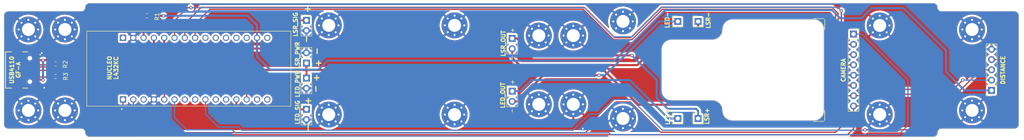
<source format=kicad_pcb>
(kicad_pcb (version 20221018) (generator pcbnew)
  (layers (0 "F.Cu" signal) (31 "B.Cu" power) (34 "B.Paste" user) (35 "F.Paste" user) (36 "B.SilkS" user "B.Silkscreen") (37 "F.SilkS" user "F.Silkscreen") (38 "B.Mask" user) (39 "F.Mask" user) (44 "Edge.Cuts" user))
  (net 0 "")
  (net 1 "GND")
  (net 2 "+5V")
  (net 3 "Net-(LSR+1-Pin_1)")
  (net 4 "Net-(LSR-1-Pin_1)")
  (net 5 "VSET_LASER")
  (net 6 "Net-(LED+1-Pin_1)")
  (net 7 "Net-(LED-1-Pin_1)")
  (net 8 "VSET_LED")
  (net 9 "+3.3V")
  (net 24 "/CS")
  (net 25 "/MOSI")
  (net 26 "/MISO")
  (net 27 "/SCK")
  (net 28 "/SDA")
  (net 29 "/SCL")
  (net 30 "/INT")
  (net 31 "/D+")
  (net 32 "/D-")
  (net 33 "Net-(Nucleo-L432KC1-NRST-PadRST4)")
  (net 34 "Net-(USB1-CC1)")
  (net 36 "Net-(USB1-CC2)")
  (footprint "Connector_PinHeader_2.54mm:PinHeader_1x02_P2.54mm_Vertical" (layer "F.Cu") (at 96.5 92.8 180)
    (fp_text reference "LSR_PWR1" hide)
    (fp_text value "Conn_01x02" hide)
  )
  (footprint "Connector_PinHeader_2.54mm:PinHeader_1x02_P2.54mm_Vertical" (layer "F.Cu") (at 96.5 96.5)
    (fp_text reference "LED_PWR1" hide)
    (fp_text value "Conn_01x02" hide)
  )
  (footprint "MountingHole:MountingHole_3.2mm_M3_Pad_Via" (layer "F.Cu") (at 237.75 83.5)
    (fp_text reference "H19" hide)
    (fp_text value "MountingHole_Pad" hide)
  )
  (footprint "MountingHole:MountingHole_3.2mm_M3_Pad_Via" (layer "F.Cu") (at 37 84.5)
    (fp_text reference "H4" hide)
    (fp_text value "MountingHole_Pad" hide)
  )
  (footprint "Connector_PinHeader_2.54mm:PinHeader_1x02_P2.54mm_Vertical" (layer "F.Cu") (at 147.2 99.741666)
    (fp_text reference "LED_OUT1" hide)
    (fp_text value "Conn_01x02" hide)
  )
  (footprint "Library:GCT_USB4110-GF-A_REVB" (layer "F.Cu") (at 28.6625 94.5 -90)
    (fp_text reference "USB1" hide)
    (fp_text value "USB4110-GF-A_REVB" hide)
  )
  (footprint "Library:MODULE_NUCLEO-L432KC" (layer "F.Cu") (at 67.515 94.1725 90)
    (fp_text reference "Nucleo-L432KC1" hide)
    (fp_text value "~")
  )
  (footprint "Resistor_SMD:R_0603_1608Metric" (layer "F.Cu") (at 57.2 81.1 180)
    (fp_text reference "R1")
    (fp_text value "100" hide)
  )
  (footprint "MountingHole:MountingHole_3.2mm_M3_Pad_Via" (layer "F.Cu") (at 37 104.5)
    (fp_text reference "H3" hide)
    (fp_text value "MountingHole_Pad" hide)
  )
  (footprint "MountingHole:MountingHole_3.2mm_M3_Pad_Via" (layer "F.Cu") (at 153.75 86)
    (fp_text reference "H10" hide)
    (fp_text value "MountingHole_Pad" hide)
  )
  (footprint "MountingHole:MountingHole_3.2mm_M3_Pad_Via" (layer "F.Cu") (at 260.5 84.5)
    (fp_text reference "H18" hide)
    (fp_text value "MountingHole_Pad" hide)
  )
  (footprint "Connector_PinHeader_2.54mm:PinHeader_1x01_P2.54mm_Vertical" (layer "F.Cu") (at 193 82.5)
    (fp_text reference "LSR-1" hide)
    (fp_text value "Conn_01x01" hide)
  )
  (footprint "Resistor_SMD:R_0603_1608Metric" (layer "F.Cu") (at 34.7 96.1)
    (fp_text reference "R3")
    (fp_text value "5.1K" hide)
  )
  (footprint "MountingHole:MountingHole_3.2mm_M3_Pad_Via" (layer "F.Cu") (at 162.25 86)
    (fp_text reference "H11" hide)
    (fp_text value "MountingHole_Pad" hide)
  )
  (footprint "MountingHole:MountingHole_3.2mm_M3_Pad_Via" (layer "F.Cu") (at 133 83.47)
    (fp_text reference "H8" hide)
    (fp_text value "MountingHole_Pad" hide)
  )
  (footprint "Connector_PinHeader_2.54mm:PinHeader_1x02_P2.54mm_Vertical" (layer "F.Cu") (at 147.2 86.708333)
    (fp_text reference "LSR_OUT1" hide)
    (fp_text value "Conn_01x02" hide)
  )
  (footprint "Connector_PinSocket_2.54mm:PinSocket_1x05_P2.54mm_Vertical" (layer "F.Cu") (at 265.3 99.55 180)
    (fp_text reference "DIST1" hide)
    (fp_text value "Conn_01x05" hide)
  )
  (footprint "MountingHole:MountingHole_3.2mm_M3_Pad_Via" (layer "F.Cu") (at 28 104.5)
    (fp_text reference "H1" hide)
    (fp_text value "MountingHole_Pad" hide)
  )
  (footprint "MountingHole:MountingHole_3.2mm_M3_Pad_Via" (layer "F.Cu") (at 260.5 104.5)
    (fp_text reference "H17" hide)
    (fp_text value "MountingHole_Pad" hide)
  )
  (footprint "MountingHole:MountingHole_3.2mm_M3_Pad_Via" (layer "F.Cu") (at 174.5 82.5)
    (fp_text reference "H14" hide)
    (fp_text value "MountingHole_Pad" hide)
  )
  (footprint "MountingHole:MountingHole_3.2mm_M3_Pad_Via" (layer "F.Cu") (at 162.25 103)
    (fp_text reference "H12" hide)
    (fp_text value "MountingHole_Pad" hide)
  )
  (footprint "MountingHole:MountingHole_3.2mm_M3_Pad_Via" (layer "F.Cu") (at 153.75 103)
    (fp_text reference "H9" hide)
    (fp_text value "MountingHole_Pad" hide)
  )
  (footprint "MountingHole:MountingHole_3.2mm_M3_Pad_Via" (layer "F.Cu") (at 133 105.53)
    (fp_text reference "H7" hide)
    (fp_text value "MountingHole_Pad" hide)
  )
  (footprint "MountingHole:MountingHole_3.2mm_M3_Pad_Via" (layer "F.Cu") (at 28 84.5)
    (fp_text reference "H2" hide)
    (fp_text value "MountingHole_Pad" hide)
  )
  (footprint "MountingHole:MountingHole_3.2mm_M3_Pad_Via" (layer "F.Cu") (at 102 83.47)
    (fp_text reference "H6" hide)
    (fp_text value "MountingHole_Pad" hide)
  )
  (footprint "Connector_PinHeader_2.54mm:PinHeader_1x01_P2.54mm_Vertical" (layer "F.Cu") (at 188 82.5)
    (fp_text reference "LED-1" hide)
    (fp_text value "Conn_01x01" hide)
  )
  (footprint "MountingHole:MountingHole_3.2mm_M3_Pad_Via" (layer "F.Cu") (at 102 105.53)
    (fp_text reference "H5" hide)
    (fp_text value "MountingHole_Pad" hide)
  )
  (footprint "Connector_PinHeader_2.54mm:PinHeader_1x01_P2.54mm_Vertical" (layer "F.Cu") (at 193 106.5)
    (fp_text reference "LSR+1" hide)
    (fp_text value "Conn_01x01" hide)
  )
  (footprint "Connector_PinHeader_2.54mm:PinHeader_1x02_P2.54mm_Vertical" (layer "F.Cu") (at 96.5 104.225)
    (fp_text reference "LED_SIG1" hide)
    (fp_text value "Conn_01x02" hide)
  )
  (footprint "Connector_PinHeader_2.54mm:PinHeader_1x01_P2.54mm_Vertical" (layer "F.Cu") (at 188 106.5)
    (fp_text reference "LED+1" hide)
    (fp_text value "Conn_01x01" hide)
  )
  (footprint "Connector_PinHeader_2.54mm:PinHeader_1x02_P2.54mm_Vertical" (layer "F.Cu") (at 96.5 82.225)
    (fp_text reference "LSR_SIG1" hide)
    (fp_text value "Conn_01x02" hide)
  )
  (footprint "Resistor_SMD:R_0603_1608Metric" (layer "F.Cu") (at 34.7 93 180)
    (fp_text reference "R2")
    (fp_text value "5.1K" hide)
  )
  (footprint "Connector_PinSocket_2.54mm:PinSocket_1x08_P2.54mm_Vertical" (layer "F.Cu") (at 231.3 85.625)
    (fp_text reference "CAM1" hide)
    (fp_text value "Conn_01x08" hide)
  )
  (footprint "MountingHole:MountingHole_3.2mm_M3_Pad_Via" (layer "F.Cu") (at 237.75 105.5)
    (fp_text reference "H20" hide)
    (fp_text value "MountingHole_Pad" hide)
  )
  (footprint "MountingHole:MountingHole_3.2mm_M3_Pad_Via" (layer "F.Cu") (at 174.5 106.5)
    (fp_text reference "H13" hide)
    (fp_text value "MountingHole_Pad" hide)
  )
  (gr_line (start 224.2 107) (end 224.2 104.5) (stroke (width 0.15)) (layer "F.SilkS"))
  (gr_line (start 224.2 84.5) (end 224.2 82) (stroke (width 0.15)) (layer "F.SilkS"))
  (gr_line (start 221.5 107.2) (end 224 107.2) (stroke (width 0.15)) (layer "F.SilkS"))
  (gr_line (start 224 81.8) (end 221.5 81.8) (stroke (width 0.15)) (layer "F.SilkS"))
  (gr_line (start 196.5 102) (end 186.5 102) (stroke (width 0.1)) (layer "Edge.Cuts"))
  (gr_arc (start 186.5 102) (mid 184.732233 101.267767) (end 184 99.5) (stroke (width 0.1)) (layer "Edge.Cuts"))
  (gr_arc (start 221.5 82) (mid 223.267767 82.732233) (end 224 84.5) (stroke (width 0.1)) (layer "Edge.Cuts"))
  (gr_arc (start 251 78) (mid 251.707107 78.292893) (end 252 79) (stroke (width 0.1)) (layer "Edge.Cuts"))
  (gr_arc (start 252 110) (mid 252.292893 109.292893) (end 253 109) (stroke (width 0.1)) (layer "Edge.Cuts"))
  (gr_arc (start 43 111) (mid 42.292893 110.707107) (end 42 110) (stroke (width 0.1)) (layer "Edge.Cuts"))
  (gr_line (start 22 81) (end 22 108) (stroke (width 0.1)) (layer "Edge.Cuts"))
  (gr_line (start 253 109) (end 271 109) (stroke (width 0.1)) (layer "Edge.Cuts"))
  (gr_line (start 224 104.5) (end 224 84.5) (stroke (width 0.1)) (layer "Edge.Cuts"))
  (gr_arc (start 272 108) (mid 271.707107 108.707107) (end 271 109) (stroke (width 0.1)) (layer "Edge.Cuts"))
  (gr_arc (start 252 110) (mid 251.707107 110.707107) (end 251 111) (stroke (width 0.1)) (layer "Edge.Cuts"))
  (gr_arc (start 22 81) (mid 22.292893 80.292893) (end 23 80) (stroke (width 0.1)) (layer "Edge.Cuts"))
  (gr_arc (start 224 104.5) (mid 223.267767 106.267767) (end 221.5 107) (stroke (width 0.1)) (layer "Edge.Cuts"))
  (gr_arc (start 199 84.5) (mid 199.732233 82.732233) (end 201.5 82) (stroke (width 0.1)) (layer "Edge.Cuts"))
  (gr_arc (start 253 80) (mid 252.292893 79.707107) (end 252 79) (stroke (width 0.1)) (layer "Edge.Cuts"))
  (gr_arc (start 199 84.5) (mid 198.267767 86.267767) (end 196.5 87) (stroke (width 0.1)) (layer "Edge.Cuts"))
  (gr_line (start 272 108) (end 272 81) (stroke (width 0.1)) (layer "Edge.Cuts"))
  (gr_line (start 184 89.5) (end 184 99.5) (stroke (width 0.1)) (layer "Edge.Cuts"))
  (gr_line (start 251 78) (end 43 78) (stroke (width 0.1)) (layer "Edge.Cuts"))
  (gr_line (start 43 111) (end 251 111) (stroke (width 0.1)) (layer "Edge.Cuts"))
  (gr_arc (start 41 109) (mid 41.707107 109.292893) (end 42 110) (stroke (width 0.1)) (layer "Edge.Cuts"))
  (gr_line (start 271 80) (end 253 80) (stroke (width 0.1)) (layer "Edge.Cuts"))
  (gr_line (start 221.5 82) (end 201.5 82) (stroke (width 0.1)) (layer "Edge.Cuts"))
  (gr_arc (start 271 80) (mid 271.707107 80.292893) (end 272 81) (stroke (width 0.1)) (layer "Edge.Cuts"))
  (gr_arc (start 184 89.5) (mid 184.732233 87.732233) (end 186.5 87) (stroke (width 0.1)) (layer "Edge.Cuts"))
  (gr_line (start 196.5 87) (end 186.5 87) (stroke (width 0.1)) (layer "Edge.Cuts"))
  (gr_line (start 41 80) (end 23 80) (stroke (width 0.1)) (layer "Edge.Cuts"))
  (gr_arc (start 23 109) (mid 22.292893 108.707107) (end 22 108) (stroke (width 0.1)) (layer "Edge.Cuts"))
  (gr_arc (start 201.5 107) (mid 199.732233 106.267767) (end 199 104.5) (stroke (width 0.1)) (layer "Edge.Cuts"))
  (gr_line (start 23 109) (end 41 109) (stroke (width 0.1)) (layer "Edge.Cuts"))
  (gr_arc (start 42 79) (mid 41.707107 79.707107) (end 41 80) (stroke (width 0.1)) (layer "Edge.Cuts"))
  (gr_arc (start 196.5 102) (mid 198.267767 102.732233) (end 199 104.5) (stroke (width 0.1)) (layer "Edge.Cuts"))
  (gr_line (start 221.5 107) (end 201.5 107) (stroke (width 0.1)) (layer "Edge.Cuts"))
  (gr_arc (start 42 79) (mid 42.292893 78.292893) (end 43 78) (stroke (width 0.1)) (layer "Edge.Cuts"))
  (gr_text "CAMERA" (at 229.4 97.6 90) (layer "F.SilkS") (effects (font (size 1 1) (thickness 0.25) bold) (justify left bottom)))
  (gr_text "LED_OUT\n\n" (at 147.1 104.1 90) (layer "F.SilkS") (effects (font (size 1 1) (thickness 0.25) bold) (justify left bottom)))
  (gr_text "NUCLEO\nL432KC" (at 50.2 94 90) (layer "F.SilkS") (effects (font (size 1 1) (thickness 0.25) bold) (justify bottom)))
  (gr_text "-" (at 147.7 92.1 90) (layer "F.SilkS") (effects (font (size 1 1)) (justify left bottom)))
  (gr_text "+" (at 95.7 80.2) (layer "F.SilkS") (effects (font (size 1.5 1.5) (thickness 0.3) bold) (justify left bottom)))
  (gr_text "-" (at 97.7 110 90) (layer "F.SilkS") (effects (font (size 1.5 1.5) (thickness 0.3) bold) (justify left bottom)))
  (gr_text "LSR_PWR\n" (at 94.9 94.4 90) (layer "F.SilkS") (effects (font (size 1 1) (thickness 0.25) bold) (justify left bottom)))
  (gr_text "LSR-\n" (at 196.1 84.4 90) (layer "F.SilkS") (effects (font (size 1 1) (thickness 0.25) bold) (justify left bottom)))
  (gr_text "LSR_OUT\n" (at 145.6 91.3 90) (layer "F.SilkS") (effects (font (size 1 1) (thickness 0.25) bold) (justify left bottom)))
  (gr_text "+" (at 98.4 93.6) (layer "F.SilkS") (effects (font (size 1.5 1.5) (thickness 0.3) bold) (justify left bottom)))
  (gr_text "-" (at 99.9 91 90) (layer "F.SilkS") (effects (font (size 1.5 1.5) (thickness 0.3) bold) (justify left bottom)))
  (gr_text "LED_PWR\n" (at 94.9 101.4 90) (layer "F.SilkS") (effects (font (size 1 1) (thickness 0.25) bold) (justify left bottom)))
  (gr_text "-" (at 147.7 105.3 90) (layer "F.SilkS") (effects (font (size 1 1)) (justify left bottom)))
  (gr_text "-" (at 97.3 88 90) (layer "F.SilkS") (effects (font (size 1.5 1.5) (thickness 0.3) bold) (justify left bottom)))
  (gr_text "LED_SIG\n\n" (at 96.5 108.095 90) (layer "F.SilkS") (effects (font (size 1 1) (thickness 0.25) bold) (justify left bottom)))
  (gr_text "+" (at 97.9 97.2) (layer "F.SilkS") (effects (font (size 1.5 1.5) (thickness 0.3) bold) (justify left bottom)))
  (gr_text "DISTANCE\n" (at 268.7 98.2 90) (layer "F.SilkS") (effects (font (size 1 1) (thickness 0.25) bold) (justify left bottom)))
  (gr_text "LSR+\n" (at 195.8 108.1 90) (layer "F.SilkS") (effects (font (size 1 1) (thickness 0.25) bold) (justify left bottom)))
  (gr_text "-" (at 99.6 100.3 90) (layer "F.SilkS") (effects (font (size 1.5 1.5) (thickness 0.3) bold) (justify left bottom)))
  (gr_text "+" (at 146.6 98) (layer "F.SilkS") (effects (font (size 1 1)) (justify left bottom)))
  (gr_text "USB4110\nGF-A" (at 26.1 94.5 90) (layer "F.SilkS") (effects (font (size 1 1) (thickness 0.25) bold) (justify bottom)))
  (gr_text "LSR_SIG" (at 94.4 86.4 90) (layer "F.SilkS") (effects (font (size 1 1) (thickness 0.25) bold) (justify left bottom)))
  (gr_text "LED+" (at 186.1 108.2 90) (layer "F.SilkS") (effects (font (size 1 1) (thickness 0.25) bold) (justify left bottom)))
  (gr_text "+" (at 146.6 85.2) (layer "F.SilkS") (effects (font (size 1 1)) (justify left bottom)))
  (gr_text "LED-\n" (at 186 84.3 90) (layer "F.SilkS") (effects (font (size 1 1) (thickness 0.25) bold) (justify left bottom)))
  (gr_text "+" (at 95.835 102.895) (layer "F.SilkS") (effects (font (size 1.5 1.5) (thickness 0.3) bold) (justify left bottom)))
  (segment (start 31.9 98.9) (end 30.7 97.7) (width 0.5) (layer "F.Cu") (net 1))
  (segment (start 164.6 109) (end 162.25 106.65) (width 0.5) (layer "F.Cu") (net 1))
  (segment (start 29.7375 91.3) (end 30.3 91.3) (width 0.5) (layer "F.Cu") (net 1))
  (segment (start 30.7 97.7) (end 29.7375 97.7) (width 0.5) (layer "F.Cu") (net 1))
  (segment (start 30.3 91.3) (end 31.3 90.3) (width 0.5) (layer "F.Cu") (net 1))
  (segment (start 162.25 106.65) (end 162.25 103) (width 0.5) (layer "F.Cu") (net 1))
  (segment (start 29.7375 89.965) (end 29.1625 89.39) (width 0.5) (layer "F.Cu") (net 1))
  (segment (start 29.7375 97.7) (end 29.7375 99.035) (width 0.5) (layer "F.Cu") (net 1))
  (segment (start 29.7375 99.035) (end 29.1625 99.61) (width 0.5) (layer "F.Cu") (net 1))
  (segment (start 29.7375 91.3) (end 29.7375 89.965) (width 0.5) (layer "F.Cu") (net 1))
  (via (at 164.6 109) (size 0.8) (drill 0.4) (layers "F.Cu" "B.Cu") (net 1))
  (via (at 31.9 98.9) (size 0.8) (drill 0.4) (layers "F.Cu" "B.Cu") (net 1))
  (via (at 31.3 90.3) (size 0.8) (drill 0.4) (layers "F.Cu" "B.Cu") (net 1))
  (segment (start 171.7 106.5) (end 169.2 109) (width 0.5) (layer "B.Cu") (net 1))
  (segment (start 169.2 109) (end 164.6 109) (width 0.5) (layer "B.Cu") (net 1))
  (segment (start 174.5 106.5) (end 171.7 106.5) (width 0.5) (layer "B.Cu") (net 1))
  (segment (start 198.7 108.2) (end 224.4 108.2) (width 0.5) (layer "F.Cu") (net 2))
  (segment (start 34.3 90.1) (end 56.4 90.1) (width 0.5) (layer "F.Cu") (net 2))
  (segment (start 81 90.1) (end 85.4 94.5) (width 0.5) (layer "F.Cu") (net 2))
  (segment (start 228.275 98.325) (end 231.3 98.325) (width 0.5) (layer "F.Cu") (net 2))
  (segment (start 31.6 92.1) (end 32.3 92.1) (width 0.5) (layer "F.Cu") (net 2))
  (segment (start 193.6 103.1) (end 198.7 108.2) (width 0.5) (layer "F.Cu") (net 2))
  (segment (start 224.4 108.2) (end 227 105.6) (width 0.5) (layer "F.Cu") (net 2))
  (segment (start 56.4 90.1) (end 56.7 90.1) (width 0.5) (layer "F.Cu") (net 2))
  (segment (start 56.7 90.1) (end 58.92 87.88) (width 0.5) (layer "F.Cu") (net 2))
  (segment (start 29.7375 96.9) (end 31.5005 96.9) (width 0.5) (layer "F.Cu") (net 2))
  (segment (start 227 99.6) (end 228.275 98.325) (width 0.5) (layer "F.Cu") (net 2))
  (segment (start 58.92 87.88) (end 58.92 86.5525) (width 0.5) (layer "F.Cu") (net 2))
  (segment (start 178.3 103.1) (end 193.6 103.1) (width 0.5) (layer "F.Cu") (net 2))
  (segment (start 31.5005 96.9) (end 31.6 96.9995) (width 0.5) (layer "F.Cu") (net 2))
  (segment (start 96.5 92.8) (end 96.5 96.5) (width 0.5) (layer "F.Cu") (net 2))
  (segment (start 227 105.6) (end 227 99.6) (width 0.5) (layer "F.Cu") (net 2))
  (segment (start 32.3 92.1) (end 34.3 90.1) (width 0.5) (layer "F.Cu") (net 2))
  (segment (start 29.7375 92.1) (end 31.6 92.1) (width 0.5) (layer "F.Cu") (net 2))
  (segment (start 56.4 90.1) (end 81 90.1) (width 0.5) (layer "F.Cu") (net 2))
  (segment (start 169.7 94.5) (end 178.3 103.1) (width 0.5) (layer "F.Cu") (net 2))
  (segment (start 85.4 94.5) (end 169.7 94.5) (width 0.5) (layer "F.Cu") (net 2))
  (via (at 31.6 96.9995) (size 0.8) (drill 0.4) (layers "F.Cu" "B.Cu") (net 2))
  (via (at 31.6 92.1) (size 0.8) (drill 0.4) (layers "F.Cu" "B.Cu") (net 2))
  (segment (start 31.6 96.9995) (end 31.6 92.1) (width 0.5) (layer "B.Cu") (net 2))
  (segment (start 150.5 88.8) (end 152.6 90.9) (width 0.5) (layer "F.Cu") (net 3))
  (segment (start 148.408333 86.708333) (end 150.5 88.8) (width 0.5) (layer "F.Cu") (net 3))
  (segment (start 147.2 86.708333) (end 148.408333 86.708333) (width 0.5) (layer "F.Cu") (net 3))
  (segment (start 152.6 90.9) (end 176.7 90.9) (width 0.5) (layer "F.Cu") (net 3))
  (via (at 176.7 90.9) (size 0.8) (drill 0.4) (layers "F.Cu" "B.Cu") (net 3))
  (segment (start 182.8 101.4) (end 185.5 104.1) (width 0.5) (layer "B.Cu") (net 3))
  (segment (start 176.7 90.9) (end 182.8 97) (width 0.5) (layer "B.Cu") (net 3))
  (segment (start 193 104.6) (end 193 106.5) (width 0.5) (layer "B.Cu") (net 3))
  (segment (start 182.8 97) (end 182.8 101.4) (width 0.5) (layer "B.Cu") (net 3))
  (segment (start 185.5 104.1) (end 192.5 104.1) (width 0.5) (layer "B.Cu") (net 3))
  (segment (start 192.5 104.1) (end 193 104.6) (width 0.5) (layer "B.Cu") (net 3))
  (segment (start 149 93.3) (end 147.2 91.5) (width 0.5) (layer "F.Cu") (net 4))
  (segment (start 185.4 85.9) (end 178 93.3) (width 0.5) (layer "F.Cu") (net 4))
  (segment (start 193 84.5) (end 191.6 85.9) (width 0.5) (layer "F.Cu") (net 4))
  (segment (start 193 82.5) (end 193 84.5) (width 0.5) (layer "F.Cu") (net 4))
  (segment (start 191.6 85.9) (end 185.4 85.9) (width 0.5) (layer "F.Cu") (net 4))
  (segment (start 178 93.3) (end 149 93.3) (width 0.5) (layer "F.Cu") (net 4))
  (segment (start 147.2 91.5) (end 147.2 89.248333) (width 0.5) (layer "F.Cu") (net 4))
  (segment (start 62.7 89.2) (end 89 89.2) (width 0.5) (layer "F.Cu") (net 5))
  (segment (start 91.1 87.1) (end 91.1 84.1) (width 0.5) (layer "F.Cu") (net 5))
  (segment (start 91.1 84.1) (end 92.975 82.225) (width 0.5) (layer "F.Cu") (net 5))
  (segment (start 61.46 86.5525) (end 61.46 87.96) (width 0.5) (layer "F.Cu") (net 5))
  (segment (start 61.46 87.96) (end 62.7 89.2) (width 0.5) (layer "F.Cu") (net 5))
  (segment (start 92.975 82.225) (end 96.5 82.225) (width 0.5) (layer "F.Cu") (net 5))
  (segment (start 89 89.2) (end 91.1 87.1) (width 0.5) (layer "F.Cu") (net 5))
  (segment (start 147.2 99.741666) (end 149.158334 99.741666) (width 0.5) (layer "B.Cu") (net 6))
  (segment (start 149.158334 99.741666) (end 151.9 97) (width 0.5) (layer "B.Cu") (net 6))
  (segment (start 185.7 106.5) (end 188 106.5) (width 0.5) (layer "B.Cu") (net 6))
  (segment (start 176.2 97) (end 185.7 106.5) (width 0.5) (layer "B.Cu") (net 6))
  (segment (start 151.9 97) (end 176.2 97) (width 0.5) (layer "B.Cu") (net 6))
  (segment (start 148.418334 102.281666) (end 149.6 101.1) (width 0.5) (layer "F.Cu") (net 7))
  (segment (start 147.2 102.281666) (end 148.418334 102.281666) (width 0.5) (layer "F.Cu") (net 7))
  (segment (start 149.6 101.1) (end 154.9 95.8) (width 0.5) (layer "F.Cu") (net 7))
  (segment (start 154.9 95.8) (end 168.6 95.8) (width 0.5) (layer "F.Cu") (net 7))
  (via (at 168.6 95.8) (size 0.8) (drill 0.4) (layers "F.Cu" "B.Cu") (net 7))
  (segment (start 183.4 82.5) (end 170.1 95.8) (width 0.5) (layer "B.Cu") (net 7))
  (segment (start 170.1 95.8) (end 168.6 95.8) (width 0.5) (layer "B.Cu") (net 7))
  (segment (start 188 82.5) (end 183.4 82.5) (width 0.5) (layer "B.Cu") (net 7))
  (segment (start 79.24 101.7925) (end 79.24 103.44) (width 0.5) (layer "F.Cu") (net 8))
  (segment (start 79.24 103.44) (end 80.025 104.225) (width 0.5) (layer "F.Cu") (net 8))
  (segment (start 80.025 104.225) (end 96.5 104.225) (width 0.5) (layer "F.Cu") (net 8))
  (segment (start 58.025 81.1) (end 61.3 81.1) (width 0.5) (layer "F.Cu") (net 9))
  (via (at 61.3 81.1) (size 0.8) (drill 0.4) (layers "F.Cu" "B.Cu") (net 9))
  (segment (start 61.3 81.1) (end 82 81.1) (width 0.5) (layer "B.Cu") (net 9))
  (segment (start 84.3 91.2) (end 87.5 94.4) (width 0.5) (layer "B.Cu") (net 9))
  (segment (start 254.1 95) (end 254.1 89.7) (width 0.5) (layer "B.Cu") (net 9))
  (segment (start 226 79.7) (end 228 81.7) (width 0.5) (layer "B.Cu") (net 9))
  (segment (start 82 81.1) (end 84.32 83.42) (width 0.5) (layer "B.Cu") (net 9))
  (segment (start 172.4 92.2) (end 184.9 79.7) (width 0.5) (layer "B.Cu") (net 9))
  (segment (start 265.3 99.55) (end 258.65 99.55) (width 0.5) (layer "B.Cu") (net 9))
  (segment (start 84.3 86.5725) (end 84.3 91.2) (width 0.5) (layer "B.Cu") (net 9))
  (segment (start 84.32 83.42) (end 84.32 86.5525) (width 0.5) (layer "B.Cu") (net 9))
  (segment (start 228 81.7) (end 233.3 81.7) (width 0.5) (layer "B.Cu") (net 9))
  (segment (start 258.65 99.55) (end 254.1 95) (width 0.5) (layer "B.Cu") (net 9))
  (segment (start 254.1 89.7) (end 243.6 79.2) (width 0.5) (layer "B.Cu") (net 9))
  (segment (start 84.32 86.5525) (end 84.3 86.5725) (width 0.5) (layer "B.Cu") (net 9))
  (segment (start 235.8 79.2) (end 243.6 79.2) (width 0.5) (layer "B.Cu") (net 9))
  (segment (start 184.9 79.7) (end 226 79.7) (width 0.5) (layer "B.Cu") (net 9))
  (segment (start 101.7 92.2) (end 172.4 92.2) (width 0.5) (layer "B.Cu") (net 9))
  (segment (start 87.5 94.4) (end 99.5 94.4) (width 0.5) (layer "B.Cu") (net 9))
  (segment (start 99.5 94.4) (end 101.7 92.2) (width 0.5) (layer "B.Cu") (net 9))
  (segment (start 233.3 81.7) (end 235.8 79.2) (width 0.5) (layer "B.Cu") (net 9))
  (segment (start 231.3 85.625) (end 233.425 85.625) (width 0.3) (layer "B.Cu") (net 24))
  (segment (start 244.7 108.2) (end 242.4 110.5) (width 0.3) (layer "B.Cu") (net 24))
  (segment (start 78.95 110.05) (end 78.2 109.3) (width 0.3) (layer "B.Cu") (net 24))
  (segment (start 242.4 110.5) (end 171.5 110.5) (width 0.3) (layer "B.Cu") (net 24))
  (segment (start 233.425 85.625) (end 244.7 96.9) (width 0.3) (layer "B.Cu") (net 24))
  (segment (start 244.7 96.9) (end 244.7 108.2) (width 0.3) (layer "B.Cu") (net 24))
  (segment (start 64 106.3) (end 64 101.7925) (width 0.3) (layer "B.Cu") (net 24))
  (segment (start 171.5 110.5) (end 171.05 110.05) (width 0.3) (layer "B.Cu") (net 24))
  (segment (start 67 109.3) (end 64 106.3) (width 0.3) (layer "B.Cu") (net 24))
  (segment (start 171.05 110.05) (end 78.95 110.05) (width 0.3) (layer "B.Cu") (net 24))
  (segment (start 78.2 109.3) (end 67 109.3) (width 0.3) (layer "B.Cu") (net 24))
  (segment (start 67.2 79.1) (end 68 79.1) (width 0.3) (layer "F.Cu") (net 25))
  (segment (start 64 82.3) (end 67.2 79.1) (width 0.3) (layer "F.Cu") (net 25))
  (segment (start 229.065 88.165) (end 231.3 88.165) (width 0.3) (layer "F.Cu") (net 25))
  (segment (start 228.3 87.4) (end 229.065 88.165) (width 0.3) (layer "F.Cu") (net 25))
  (segment (start 64 86.5525) (end 64 82.3) (width 0.3) (layer "F.Cu") (net 25))
  (segment (start 228.3 79.9) (end 228.3 87.4) (width 0.3) (layer "F.Cu") (net 25))
  (via (at 68 79.1) (size 0.8) (drill 0.4) (layers "F.Cu" "B.Cu") (net 25))
  (via (at 228.3 79.9) (size 0.8) (drill 0.4) (layers "F.Cu" "B.Cu") (net 25))
  (segment (start 165.1 79.1) (end 172.3 86.3) (width 0.3) (layer "B.Cu") (net 25))
  (segment (start 68 79.1) (end 165.1 79.1) (width 0.3) (layer "B.Cu") (net 25))
  (segment (start 172.3 86.3) (end 176.7 86.3) (width 0.3) (layer "B.Cu") (net 25))
  (segment (start 176.7 86.3) (end 184 79) (width 0.3) (layer "B.Cu") (net 25))
  (segment (start 227.4 79) (end 228.3 79.9) (width 0.3) (layer "B.Cu") (net 25))
  (segment (start 184 79) (end 227.4 79) (width 0.3) (layer "B.Cu") (net 25))
  (segment (start 66.54 83.06) (end 66.54 86.5525) (width 0.3) (layer "F.Cu") (net 26))
  (segment (start 164.9 79) (end 70.6 79) (width 0.3) (layer "F.Cu") (net 26))
  (segment (start 183.9 79) (end 176.4 86.5) (width 0.3) (layer "F.Cu") (net 26))
  (segment (start 227.5 89.3) (end 227.5 80.507106) (width 0.3) (layer "F.Cu") (net 26))
  (segment (start 231.3 90.705) (end 228.905 90.705) (width 0.3) (layer "F.Cu") (net 26))
  (segment (start 227.5 80.507106) (end 225.992894 79) (width 0.3) (layer "F.Cu") (net 26))
  (segment (start 228.905 90.705) (end 227.5 89.3) (width 0.3) (layer "F.Cu") (net 26))
  (segment (start 70.6 79) (end 66.54 83.06) (width 0.3) (layer "F.Cu") (net 26))
  (segment (start 172.4 86.5) (end 164.9 79) (width 0.3) (layer "F.Cu") (net 26))
  (segment (start 225.992894 79) (end 183.9 79) (width 0.3) (layer "F.Cu") (net 26))
  (segment (start 176.4 86.5) (end 172.4 86.5) (width 0.3) (layer "F.Cu") (net 26))
  (segment (start 176.7 87) (end 184.2 79.5) (width 0.3) (layer "F.Cu") (net 27))
  (segment (start 69.08 86.5525) (end 69.08 83.12) (width 0.3) (layer "F.Cu") (net 27))
  (segment (start 184.2 79.5) (end 225.785788 79.5) (width 0.3) (layer "F.Cu") (net 27))
  (segment (start 172.192894 87) (end 176.7 87) (width 0.3) (layer "F.Cu") (net 27))
  (segment (start 72.7 79.5) (end 164.692894 79.5) (width 0.3) (layer "F.Cu") (net 27))
  (segment (start 226.842894 91.342894) (end 228.745 93.245) (width 0.3) (layer "F.Cu") (net 27))
  (segment (start 164.692894 79.5) (end 172.192894 87) (width 0.3) (layer "F.Cu") (net 27))
  (segment (start 228.745 93.245) (end 231.3 93.245) (width 0.3) (layer "F.Cu") (net 27))
  (segment (start 225.785788 79.5) (end 226.842894 80.557106) (width 0.3) (layer "F.Cu") (net 27))
  (segment (start 226.842894 80.557106) (end 226.842894 91.342894) (width 0.3) (layer "F.Cu") (net 27))
  (segment (start 69.08 83.12) (end 72.7 79.5) (width 0.3) (layer "F.Cu") (net 27))
  (segment (start 172.8 102.4) (end 176.3 102.4) (width 0.3) (layer "F.Cu") (net 28))
  (segment (start 165.2 110) (end 172.8 102.4) (width 0.3) (layer "F.Cu") (net 28))
  (segment (start 183.8 109.9) (end 226.9 109.9) (width 0.3) (layer "F.Cu") (net 28))
  (segment (start 229.635 100.865) (end 231.3 100.865) (width 0.3) (layer "F.Cu") (net 28))
  (segment (start 255.9 99.3) (end 256.1 99.1) (width 0.3) (layer "F.Cu") (net 28))
  (segment (start 176.3 102.4) (end 183.8 109.9) (width 0.3) (layer "F.Cu") (net 28))
  (segment (start 231.3 100.865) (end 234.235 100.865) (width 0.3) (layer "F.Cu") (net 28))
  (segment (start 53.84 106.24) (end 57.6 110) (width 0.3) (layer "F.Cu") (net 28))
  (segment (start 234.235 100.865) (end 235.8 99.3) (width 0.3) (layer "F.Cu") (net 28))
  (segment (start 57.6 110) (end 165.2 110) (width 0.3) (layer "F.Cu") (net 28))
  (segment (start 256.1 99.1) (end 258.2 97) (width 0.3) (layer "F.Cu") (net 28))
  (segment (start 235.8 99.3) (end 255.9 99.3) (width 0.3) (layer "F.Cu") (net 28))
  (segment (start 226.9 109.9) (end 228.7 108.1) (width 0.3) (layer "F.Cu") (net 28))
  (segment (start 228.7 101.8) (end 229.635 100.865) (width 0.3) (layer "F.Cu") (net 28))
  (segment (start 53.84 101.7925) (end 53.84 106.24) (width 0.3) (layer "F.Cu") (net 28))
  (segment (start 228.7 108.1) (end 228.7 101.8) (width 0.3) (layer "F.Cu") (net 28))
  (via (at 258.2 97) (size 0.8) (drill 0.4) (layers "F.Cu" "B.Cu") (net 28))
  (segment (start 258.2 97) (end 258.21 97.01) (width 0.3) (layer "B.Cu") (net 28))
  (segment (start 258.21 97.01) (end 265.3 97.01) (width 0.3) (layer "B.Cu") (net 28))
  (segment (start 231.3 109) (end 231.3 106.4) (width 0.3) (layer "F.Cu") (net 29))
  (segment (start 231.3 106.4) (end 231.3 103.405) (width 0.3) (layer "F.Cu") (net 29))
  (segment (start 51.3 106.3) (end 55.5 110.5) (width 0.3) (layer "F.Cu") (net 29))
  (segment (start 236.4 100.5) (end 256.6 100.5) (width 0.3) (layer "F.Cu") (net 29))
  (segment (start 256.6 100.5) (end 262.63 94.47) (width 0.3) (layer "F.Cu") (net 29))
  (segment (start 51.3 101.7925) (end 51.3 106.3) (width 0.3) (layer "F.Cu") (net 29))
  (segment (start 229.8 110.5) (end 231.3 109) (width 0.3) (layer "F.Cu") (net 29))
  (segment (start 233.495 103.405) (end 236.4 100.5) (width 0.3) (layer "F.Cu") (net 29))
  (segment (start 231.3 103.405) (end 233.495 103.405) (width 0.3) (layer "F.Cu") (net 29))
  (segment (start 262.63 94.47) (end 265.3 94.47) (width 0.3) (layer "F.Cu") (net 29))
  (segment (start 55.5 110.5) (end 229.8 110.5) (width 0.3) (layer "F.Cu") (net 29))
  (segment (start 252.4 108.3) (end 266.5 108.3) (width 0.3) (layer "F.Cu") (net 30))
  (segment (start 266.5 108.3) (end 269 105.8) (width 0.3) (layer "F.Cu") (net 30))
  (segment (start 269 105.8) (end 269 93.3) (width 0.3) (layer "F.Cu") (net 30))
  (segment (start 251.4 109.3) (end 252.4 108.3) (width 0.3) (layer "F.Cu") (net 30))
  (segment (start 269 93.3) (end 267.63 91.93) (width 0.3) (layer "F.Cu") (net 30))
  (segment (start 234.1 109.3) (end 251.4 109.3) (width 0.3) (layer "F.Cu") (net 30))
  (segment (start 267.63 91.93) (end 265.3 91.93) (width 0.3) (layer "F.Cu") (net 30))
  (via (at 234.1 109.3) (size 0.8) (drill 0.4) (layers "F.Cu" "B.Cu") (net 30))
  (segment (start 162.2 109.4) (end 166.2 105.4) (width 0.3) (layer "B.Cu") (net 30))
  (segment (start 184.2 109.4) (end 234 109.4) (width 0.3) (layer "B.Cu") (net 30))
  (segment (start 172.1 101.8) (end 176.6 101.8) (width 0.3) (layer "B.Cu") (net 30))
  (segment (start 166.2 105.4) (end 168.5 105.4) (width 0.3) (layer "B.Cu") (net 30))
  (segment (start 234 109.4) (end 234.1 109.3) (width 0.3) (layer "B.Cu") (net 30))
  (segment (start 71.62 105.42) (end 74.8 108.6) (width 0.3) (layer "B.Cu") (net 30))
  (segment (start 80.6 109.4) (end 162.2 109.4) (width 0.3) (layer "B.Cu") (net 30))
  (segment (start 71.62 101.7925) (end 71.62 105.42) (width 0.3) (layer "B.Cu") (net 30))
  (segment (start 176.6 101.8) (end 184.2 109.4) (width 0.3) (layer "B.Cu") (net 30))
  (segment (start 74.8 108.6) (end 79.8 108.6) (width 0.3) (layer "B.Cu") (net 30))
  (segment (start 79.8 108.6) (end 80.6 109.4) (width 0.3) (layer "B.Cu") (net 30))
  (segment (start 168.5 105.4) (end 172.1 101.8) (width 0.3) (layer "B.Cu") (net 30))
  (segment (start 62.02 99.6) (end 61.46 100.16) (width 0.3) (layer "F.Cu") (net 31))
  (segment (start 69.5 94.6) (end 71.2 96.3) (width 0.3) (layer "F.Cu") (net 31))
  (segment (start 30.5 95.25) (end 29.7375 95.25) (width 0.3) (layer "F.Cu") (net 31))
  (segment (start 30.7 95.05) (end 30.5 95.25) (width 0.3) (layer "F.Cu") (net 31))
  (segment (start 30.5 94.25) (end 30.7 94.45) (width 0.3) (layer "F.Cu") (net 31))
  (segment (start 71.2 96.3) (end 71.2 98.7) (width 0.3) (layer "F.Cu") (net 31))
  (segment (start 61.46 100.16) (end 61.46 101.7925) (width 0.3) (layer "F.Cu") (net 31))
  (segment (start 70.3 99.6) (end 62.02 99.6) (width 0.3) (layer "F.Cu") (net 31))
  (segment (start 30.85 94.6) (end 69.5 94.6) (width 0.3) (layer "F.Cu") (net 31))
  (segment (start 30.7 94.45) (end 30.85 94.6) (width 0.3) (layer "F.Cu") (net 31))
  (segment (start 29.7375 94.25) (end 30.5 94.25) (width 0.3) (layer "F.Cu") (net 31))
  (segment (start 71.2 98.7) (end 70.3 99.6) (width 0.3) (layer "F.Cu") (net 31))
  (segment (start 30.7 94.45) (end 30.7 95.05) (width 0.3) (layer "F.Cu") (net 31))
  (segment (start 28.8125 93.75) (end 29.7375 93.75) (width 0.3) (layer "F.Cu") (net 32))
  (segment (start 79.5 93.9) (end 81.78 96.18) (width 0.3) (layer "F.Cu") (net 32))
  (segment (start 32.55 93.75) (end 32.7 93.9) (width 0.3) (layer "F.Cu") (net 32))
  (segment (start 32.7 93.9) (end 79.5 93.9) (width 0.3) (layer "F.Cu") (net 32))
  (segment (start 28.8125 94.75) (end 28.6 94.5375) (width 0.3) (layer "F.Cu") (net 32))
  (segment (start 28.6 94.5375) (end 28.6 93.9625) (width 0.3) (layer "F.Cu") (net 32))
  (segment (start 81.78 96.18) (end 81.78 101.7925) (width 0.3) (layer "F.Cu") (net 32))
  (segment (start 29.7375 94.75) (end 28.8125 94.75) (width 0.3) (layer "F.Cu") (net 32))
  (segment (start 28.6 93.9625) (end 28.8125 93.75) (width 0.3) (layer "F.Cu") (net 32))
  (segment (start 29.7375 93.75) (end 32.55 93.75) (width 0.3) (layer "F.Cu") (net 32))
  (segment (start 56.38 86.5525) (end 56.38 81.105) (width 0.5) (layer "F.Cu") (net 33))
  (segment (start 56.38 81.105) (end 56.375 81.1) (width 0.5) (layer "F.Cu") (net 33))
  (segment (start 29.7375 93.25) (end 33.625 93.25) (width 0.3) (layer "F.Cu") (net 34))
  (segment (start 33.625 93.25) (end 33.875 93) (width 0.3) (layer "F.Cu") (net 34))
  (segment (start 33.725 96.25) (end 33.875 96.1) (width 0.3) (layer "F.Cu") (net 36))
  (segment (start 29.7375 96.25) (end 33.725 96.25) (width 0.3) (layer "F.Cu") (net 36))
  (zone (net 1) (net_name "GND") (layer "F.Cu") (priority 1) (connect_pads (clearance 0.5)) (min_thickness 0.25) (fill yes (thermal_gap 0.5) (thermal_bridge_width 0.5))
    (polygon (pts (xy 21.1 77.4) (xy 21 111.5) (xy 272.2 111.4) (xy 272.1 77.6) (xy 21.1 77.5)))
  )
  (zone (net 1) (net_name "GND") (layer "B.Cu") (connect_pads (clearance 0.5)) (min_thickness 0.25) (fill yes (thermal_gap 0.5) (thermal_bridge_width 0.5))
    (polygon (pts (xy 21.2 77.6) (xy 21.4 111.1) (xy 273.3 111.8) (xy 272.5 77.2) (xy 29.2 77.7)))
  )
)
</source>
